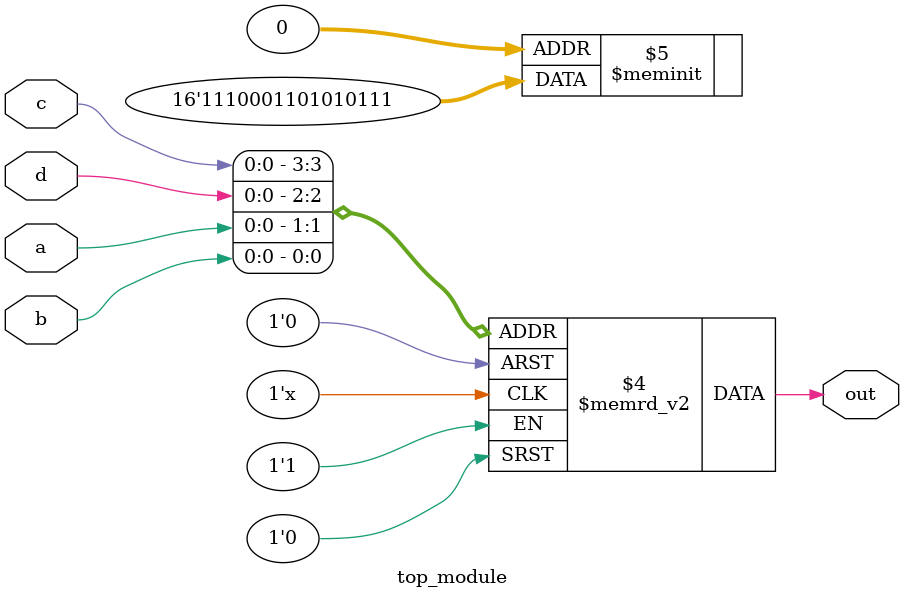
<source format=sv>
module top_module (
	input a, 
	input b,
	input c,
	input d,
	output reg out
);

always @(*) begin
	case ({c, d, a, b})
		4'b0000: out = 1;
		4'b0001: out = 1;
		4'b0011: out = 0;
		4'b0010: out = 1;
		4'b0100: out = 1;
		4'b0101: out = 0;
		4'b0111: out = 0;
		4'b0110: out = 1;
		4'b1000: out = 1;
		4'b1001: out = 1;
		4'b1011: out = 0;
		4'b1010: out = 0;
		4'b1100: out = 0;
		4'b1101: out = 1;
		4'b1111: out = 1;
		4'b1110: out = 1;
		default: out = 0;
	endcase
end

endmodule

</source>
